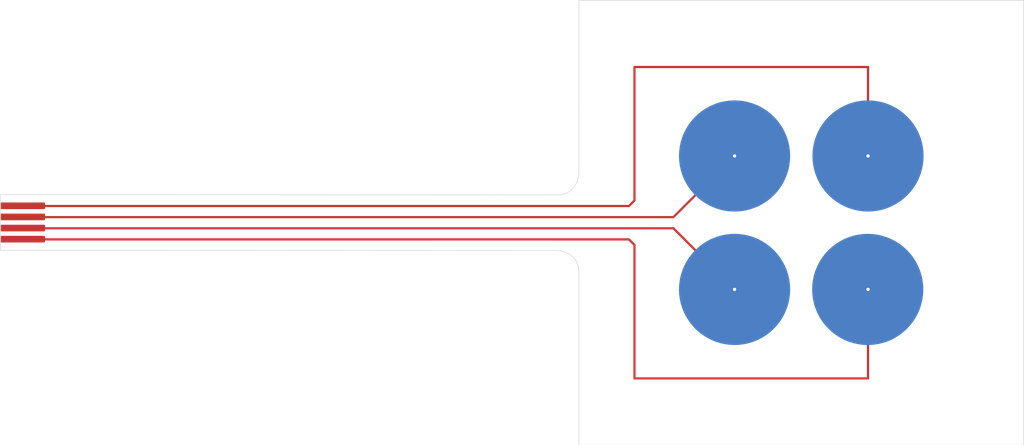
<source format=kicad_pcb>
(kicad_pcb (version 20241229) (generator "pcbnew") (generator_version "9.0")
  (layers (0 "F.Cu" signal) (2 "B.Cu" signal) (13 "F.Paste" user) (15 "B.Paste" user) (5 "F.SilkS" user "F.Silkscreen") (7 "B.SilkS" user "B.Silkscreen") (1 "F.Mask" user) (3 "B.Mask" user) (25 "Edge.Cuts" user))
  (net 0 "")
  (net 1 "/S4")
  (net 2 "/S1")
  (net 3 "/S2")
  (net 4 "/S3")
  (footprint "FPC:FPC_Conn_4" (layer "F.Cu") (at 80 89.981039 180)
    (property "Reference" "J1" (hide yes))
    (property "Value" "Conn_01x04_Pin" (hide yes))
    (fp_line (start 2 -2.5) (end 2 2.5) (stroke (width 0.05)) (layer "Edge.Cuts"))
    (pad "1" smd roundrect (at 0 -1.5 180) (size 4 0.6) (layers "F.Cu" "F.Mask") (roundrect_rratio 0.15) (net 1 "/S4"))
    (pad "2" smd roundrect (at 0 -0.5 180) (size 4 0.6) (layers "F.Cu" "F.Mask") (roundrect_rratio 0.15) (net 4 "/S3"))
    (pad "3" smd roundrect (at 0 0.5 180) (size 4 0.6) (layers "F.Cu" "F.Mask") (roundrect_rratio 0.15) (net 2 "/S1"))
    (pad "4" smd roundrect (at 0 1.5 180) (size 4 0.6) (layers "F.Cu" "F.Mask") (roundrect_rratio 0.15) (net 3 "/S2"))
  )
  (footprint "" (layer "F.Cu") (at 144 84)
    (property "Reference" "" (at 0 0 0) (layer "F.SilkS") (effects (font (size 1.27 1.27))))
    (property "Value" "")
    (pad "1" thru_hole circle (at 0 0) (size 1 1) (drill 0.3) (layers "*.Cu") (net 2 "/S1"))
  )
  (footprint "TestPoint:TestPoint_Pad_1.0x1.0mm" (layer "F.Cu") (at 156 96)
    (property "Reference" "REF**" (hide yes))
    (property "Value" "TestPoint_Pad_1.0x1.0mm" (hide yes))
    (pad "1" thru_hole circle (at 0 0) (size 1 1) (drill 0.3) (layers "*.Cu") (net 1 "/S4"))
  )
  (footprint "" (layer "F.Cu") (at 156 84)
    (property "Reference" "" (at 0 0 0) (layer "F.SilkS") (effects (font (size 1.27 1.27))))
    (property "Value" "")
    (pad "1" thru_hole circle (at 0 0) (size 1 1) (drill 0.3) (layers "*.Cu") (net 3 "/S2"))
  )
  (footprint "TestPoint:TestPoint_Pad_1.0x1.0mm" (layer "F.Cu") (at 144 96)
    (property "Reference" "REF**" (hide yes))
    (property "Value" "TestPoint_Pad_1.0x1.0mm" (hide yes))
    (pad "1" thru_hole circle (at 0 0) (size 1 1) (drill 0.3) (layers "*.Cu") (net 4 "/S3"))
  )
  (gr_line (start 130 85.5) (end 130 80) (stroke (width 0.05)) (layer "Edge.Cuts"))
  (gr_line (start 123 87.5) (end 127.5 87.5) (stroke (width 0.05)) (layer "Edge.Cuts"))
  (gr_line (start 130 80) (end 130 70) (stroke (width 0.05)) (layer "Edge.Cuts"))
  (gr_line (start 130 94.5) (end 130 110) (stroke (width 0.05)) (layer "Edge.Cuts"))
  (gr_line (start 130 70) (end 170 70) (stroke (width 0.05)) (layer "Edge.Cuts"))
  (gr_line (start 79.5 87.481039) (end 123 87.5) (stroke (width 0.05)) (layer "Edge.Cuts"))
  (gr_line (start 78 87.481039) (end 79.5 87.481039) (stroke (width 0.05)) (layer "Edge.Cuts"))
  (gr_curve (pts (xy 130 94.5) (xy 130 92.5) (xy 128 92.5) (xy 128 92.5)) (stroke (width 0.05)) (layer "Edge.Cuts"))
  (gr_line (start 170 70) (end 170 110) (stroke (width 0.05)) (layer "Edge.Cuts"))
  (gr_curve (pts (xy 128 87.5) (xy 130 87.5) (xy 130 85.5) (xy 130 85.5)) (stroke (width 0.05)) (layer "Edge.Cuts"))
  (gr_line (start 127.5 87.5) (end 128 87.5) (stroke (width 0.05)) (layer "Edge.Cuts"))
  (gr_line (start 78 92.481039) (end 128 92.5) (stroke (width 0.05)) (layer "Edge.Cuts"))
  (gr_line (start 130 110) (end 170 110) (stroke (width 0.05)) (layer "Edge.Cuts"))
  (segment (start 134.5 91.5) (end 80.018961 91.5) (width 0.2) (layer "F.Cu") (net 1))
  (segment (start 156 104) (end 135 104) (width 0.2) (layer "F.Cu") (net 1))
  (segment (start 156 96.5) (end 156 104) (width 0.2) (layer "F.Cu") (net 1))
  (segment (start 135 92) (end 134.5 91.5) (width 0.2) (layer "F.Cu") (net 1))
  (segment (start 135 104) (end 135 92) (width 0.2) (layer "F.Cu") (net 1))
  (segment (start 80.018961 91.5) (end 80 91.481039) (width 0.2) (layer "F.Cu") (net 1))
  (segment (start 80 89.481039) (end 80.018961 89.5) (width 0.2) (layer "F.Cu") (net 2))
  (segment (start 138.5 89.5) (end 144 84) (width 0.2) (layer "F.Cu") (net 2))
  (segment (start 80.018961 89.5) (end 138.5 89.5) (width 0.2) (layer "F.Cu") (net 2))
  (segment (start 134.5 88.5) (end 135 88) (width 0.2) (layer "F.Cu") (net 3))
  (segment (start 80.018961 88.5) (end 134.5 88.5) (width 0.2) (layer "F.Cu") (net 3))
  (segment (start 156 76) (end 156 84) (width 0.2) (layer "F.Cu") (net 3))
  (segment (start 135 76) (end 156 76) (width 0.2) (layer "F.Cu") (net 3))
  (segment (start 80 88.481039) (end 80.018961 88.5) (width 0.2) (layer "F.Cu") (net 3))
  (segment (start 135 88) (end 135 76) (width 0.2) (layer "F.Cu") (net 3))
  (segment (start 138.5 90.5) (end 144 96) (width 0.2) (layer "F.Cu") (net 4))
  (segment (start 80 90.481039) (end 80.018961 90.5) (width 0.2) (layer "F.Cu") (net 4))
  (segment (start 80.018961 90.5) (end 138.5 90.5) (width 0.2) (layer "F.Cu") (net 4))
  (zone (net 2) (net_name "/S1") (layer "B.Cu") (priority 1) (connect_pads yes (clearance 0.2)) (min_thickness 0.25) (fill yes (thermal_gap 0.5) (thermal_bridge_width 0.5) (smoothing fillet) (radius 10))
    (polygon (pts (xy 139 79) (xy 149 79) (xy 149 89) (xy 139 89)))
  )
  (zone (net 4) (net_name "/S3") (layer "B.Cu") (priority 1) (connect_pads yes (clearance 0.2)) (min_thickness 0.25) (fill yes (thermal_gap 0.5) (thermal_bridge_width 0.5) (smoothing fillet) (radius 10))
    (polygon (pts (xy 139 91) (xy 149 91) (xy 149 101) (xy 139 101)))
  )
  (zone (net 1) (net_name "/S4") (layer "B.Cu") (priority 1) (connect_pads yes (clearance 0.2)) (min_thickness 0.25) (fill yes (thermal_gap 0.5) (thermal_bridge_width 0.5) (smoothing fillet) (radius 10))
    (polygon (pts (xy 150.972847 91) (xy 160.972847 91) (xy 160.972847 101) (xy 150.972847 101)))
  )
  (zone (net 3) (net_name "/S2") (layer "B.Cu") (priority 1) (connect_pads yes (clearance 0.2)) (min_thickness 0.25) (fill yes (thermal_gap 0.5) (thermal_bridge_width 0.5) (smoothing fillet) (radius 10))
    (polygon (pts (xy 151 79) (xy 161 79) (xy 161 89) (xy 151 89)))
  )
)
</source>
